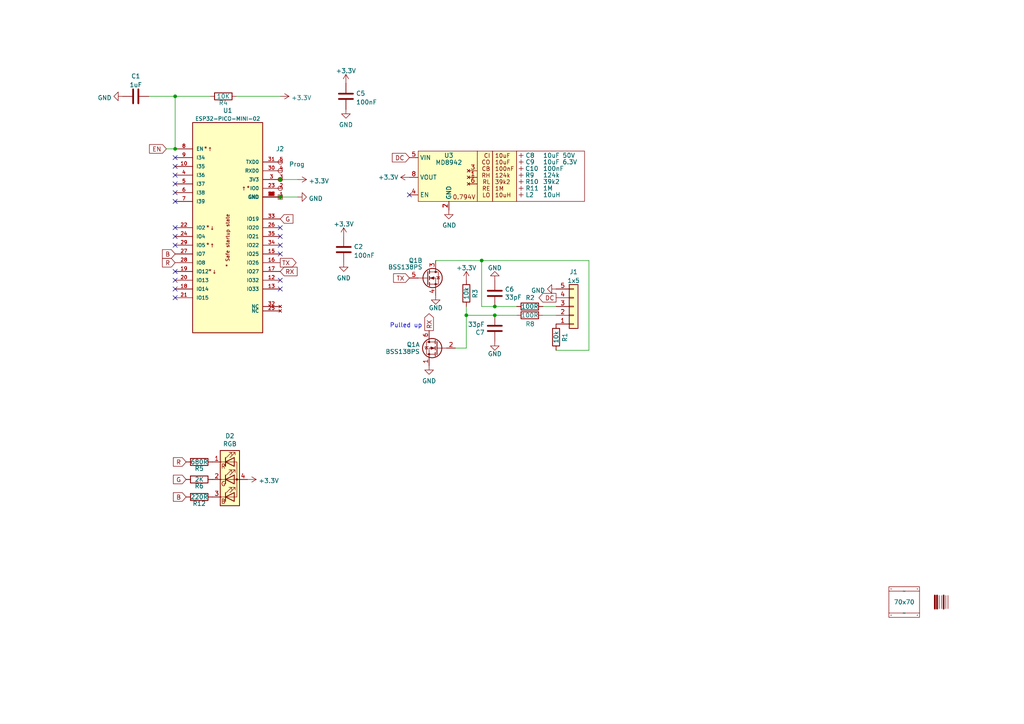
<source format=kicad_sch>
(kicad_sch (version 20230121) (generator eeschema)
  (paper "A4")
  (title_block (title "Daikin ESP32-PICO-MINI module") (rev "1") (comment 1 "@TheRealRevK") (comment 2 "www.me.uk"))
  (lib_symbols
    (symbol "BSS138PS_1" (pin_names hide)
      (property "Reference" "Q" (at 5.08 2.54 0))
      (property "Value" "BSS138PS" (at 5.08 0 0))
      (property "JLCPCB Rotation Offset" "90" (at 0 0 0))
      (symbol "BSS138PS_1_1_1"
        (polyline (pts (xy 0.254 -1.905) (xy 0.254 1.905)) (stroke (width 0.254)))
        (polyline (pts (xy 0.254 0) (xy -2.54 0)))
        (polyline (pts (xy 0.762 -2.286) (xy 0.762 -1.27)) (stroke (width 0.254)))
        (polyline (pts (xy 0.762 -0.508) (xy 0.762 0.508)) (stroke (width 0.254)))
        (polyline (pts (xy 0.762 1.27) (xy 0.762 2.286)) (stroke (width 0.254)))
        (polyline (pts (xy 2.54 1.905) (xy 2.54 2.54)))
        (polyline (pts (xy 2.54 -2.54) (xy 2.54 0) (xy 0.762 0)))
        (polyline (pts (xy 0.762 1.778) (xy 3.302 1.778) (xy 3.302 -1.778) (xy 0.762 -1.778)))
        (polyline (pts (xy 1.016 0) (xy 2.032 -0.381) (xy 2.032 0.381) (xy 1.016 0)) (fill (type outline)))
        (polyline (pts (xy 2.794 0.508) (xy 2.921 0.381) (xy 3.683 0.381) (xy 3.81 0.254)))
        (polyline (pts (xy 3.302 0.381) (xy 2.921 -0.254) (xy 3.683 -0.254) (xy 3.302 0.381)))
        (circle (center 1.651 0) (radius 2.794) (stroke (width 0.254)))
        (circle (center 2.54 -1.778) (radius 0.254) (fill (type outline)))
        (circle (center 2.54 1.778) (radius 0.254) (fill (type outline)))
        (pin passive line (at 2.54 -5.08 90) (length 2.54) (name "SN") (number "1"))
        (pin input line (at -5.08 0 0) (length 2.54) (name "GN") (number "2"))
        (pin passive line (at 2.54 5.08 270) (length 2.54) (name "DN") (number "6"))
      )
      (symbol "BSS138PS_1_2_1"
        (polyline (pts (xy 0.254 -1.905) (xy 0.254 1.905)) (stroke (width 0.254)))
        (polyline (pts (xy 0.254 0) (xy -2.54 0)))
        (polyline (pts (xy 0.762 -2.286) (xy 0.762 -1.27)) (stroke (width 0.254)))
        (polyline (pts (xy 0.762 -0.508) (xy 0.762 0.508)) (stroke (width 0.254)))
        (polyline (pts (xy 0.762 1.27) (xy 0.762 2.286)) (stroke (width 0.254)))
        (polyline (pts (xy 2.54 1.905) (xy 2.54 2.54)))
        (polyline (pts (xy 2.54 -2.54) (xy 2.54 0) (xy 0.762 0)))
        (polyline (pts (xy 0.762 1.778) (xy 3.302 1.778) (xy 3.302 -1.778) (xy 0.762 -1.778)))
        (polyline (pts (xy 1.016 0) (xy 2.032 -0.381) (xy 2.032 0.381) (xy 1.016 0)) (fill (type outline)))
        (polyline (pts (xy 2.794 0.508) (xy 2.921 0.381) (xy 3.683 0.381) (xy 3.81 0.254)))
        (polyline (pts (xy 3.302 0.381) (xy 2.921 -0.254) (xy 3.683 -0.254) (xy 3.302 0.381)))
        (circle (center 1.651 0) (radius 2.794) (stroke (width 0.254)))
        (circle (center 2.54 -1.778) (radius 0.254) (fill (type outline)))
        (circle (center 2.54 1.778) (radius 0.254) (fill (type outline)))
        (pin passive line (at 2.54 5.08 270) (length 2.54) (name "SP") (number "3"))
        (pin passive line (at 2.54 -5.08 90) (length 2.54) (name "DP") (number "4"))
        (pin input line (at -5.08 0 0) (length 2.54) (name "GP") (number "5"))
      )
    )
    (symbol "Connector_Generic:Conn_01x05" (pin_names (offset 1.016) hide)
      (property "Reference" "J" (at 0 7.62 0))
      (property "Value" "Conn_01x05" (at 0 -7.62 0))
      (symbol "Conn_01x05_1_1"
        (rectangle (start -1.27 -4.953) (end 0 -5.207) (stroke (width 0.1524)))
        (rectangle (start -1.27 -2.413) (end 0 -2.667) (stroke (width 0.1524)))
        (rectangle (start -1.27 0.127) (end 0 -0.127) (stroke (width 0.1524)))
        (rectangle (start -1.27 2.667) (end 0 2.413) (stroke (width 0.1524)))
        (rectangle (start -1.27 5.207) (end 0 4.953) (stroke (width 0.1524)))
        (rectangle (start -1.27 6.35) (end 1.27 -6.35) (stroke (width 0.254)) (fill (type background)))
        (pin passive line (at -5.08 5.08 0) (length 3.81) (name "Pin_1") (number "1"))
        (pin passive line (at -5.08 2.54 0) (length 3.81) (name "Pin_2") (number "2"))
        (pin passive line (at -5.08 0 0) (length 3.81) (name "Pin_3") (number "3"))
        (pin passive line (at -5.08 -2.54 0) (length 3.81) (name "Pin_4") (number "4"))
        (pin passive line (at -5.08 -5.08 0) (length 3.81) (name "Pin_5") (number "5"))
      )
    )
    (symbol "Device:C" (pin_numbers hide) (pin_names (offset 0.254))
      (property "Reference" "C" (at 0.635 2.54 0))
      (property "Value" "C" (at 0.635 -2.54 0))
      (symbol "C_0_1"
        (polyline (pts (xy -2.032 -0.762) (xy 2.032 -0.762)) (stroke (width 0.508)))
        (polyline (pts (xy -2.032 0.762) (xy 2.032 0.762)) (stroke (width 0.508)))
      )
      (symbol "C_1_1"
        (pin passive line (at 0 3.81 270) (length 2.794) (name "~") (number "1"))
        (pin passive line (at 0 -3.81 90) (length 2.794) (name "~") (number "2"))
      )
    )
    (symbol "Device:LED_RGBA" (pin_names (offset 0) hide)
      (property "Reference" "D" (at 0 9.398 0))
      (property "Value" "LED_RGBA" (at 0 -8.89 0))
      (symbol "LED_RGBA_0_0"
        (text "B" (at -1.905 -6.35 0) (effects (font (size 1.27 1.27))))
        (text "G" (at -1.905 -1.27 0) (effects (font (size 1.27 1.27))))
        (text "R" (at -1.905 3.81 0) (effects (font (size 1.27 1.27))))
      )
      (symbol "LED_RGBA_0_1"
        (polyline (pts (xy -1.27 -5.08) (xy -2.54 -5.08)))
        (polyline (pts (xy -1.27 -5.08) (xy 1.27 -5.08)))
        (polyline (pts (xy -1.27 -3.81) (xy -1.27 -6.35)) (stroke (width 0.254)))
        (polyline (pts (xy -1.27 0) (xy -2.54 0)))
        (polyline (pts (xy -1.27 1.27) (xy -1.27 -1.27)) (stroke (width 0.254)))
        (polyline (pts (xy -1.27 5.08) (xy -2.54 5.08)))
        (polyline (pts (xy -1.27 5.08) (xy 1.27 5.08)))
        (polyline (pts (xy -1.27 6.35) (xy -1.27 3.81)) (stroke (width 0.254)))
        (polyline (pts (xy 1.27 0) (xy -1.27 0)))
        (polyline (pts (xy 1.27 0) (xy 2.54 0)))
        (polyline (pts (xy -1.27 1.27) (xy -1.27 -1.27) (xy -1.27 -1.27)))
        (polyline (pts (xy -1.27 6.35) (xy -1.27 3.81) (xy -1.27 3.81)))
        (polyline (pts (xy 1.27 -5.08) (xy 2.032 -5.08) (xy 2.032 5.08) (xy 1.27 5.08)))
        (polyline (pts (xy 1.27 -3.81) (xy 1.27 -6.35) (xy -1.27 -5.08) (xy 1.27 -3.81)) (stroke (width 0.254)))
        (polyline (pts (xy 1.27 1.27) (xy 1.27 -1.27) (xy -1.27 0) (xy 1.27 1.27)) (stroke (width 0.254)))
        (polyline (pts (xy 1.27 6.35) (xy 1.27 3.81) (xy -1.27 5.08) (xy 1.27 6.35)) (stroke (width 0.254)))
        (polyline (pts (xy -1.016 -3.81) (xy 0.508 -2.286) (xy -0.254 -2.286) (xy 0.508 -2.286) (xy 0.508 -3.048)))
        (polyline (pts (xy -1.016 1.27) (xy 0.508 2.794) (xy -0.254 2.794) (xy 0.508 2.794) (xy 0.508 2.032)))
        (polyline (pts (xy -1.016 6.35) (xy 0.508 7.874) (xy -0.254 7.874) (xy 0.508 7.874) (xy 0.508 7.112)))
        (polyline (pts (xy 0 -3.81) (xy 1.524 -2.286) (xy 0.762 -2.286) (xy 1.524 -2.286) (xy 1.524 -3.048)))
        (polyline (pts (xy 0 1.27) (xy 1.524 2.794) (xy 0.762 2.794) (xy 1.524 2.794) (xy 1.524 2.032)))
        (polyline (pts (xy 0 6.35) (xy 1.524 7.874) (xy 0.762 7.874) (xy 1.524 7.874) (xy 1.524 7.112)))
        (rectangle (start 1.27 -1.27) (end 1.27 1.27))
        (rectangle (start 1.27 1.27) (end 1.27 1.27))
        (rectangle (start 1.27 3.81) (end 1.27 6.35))
        (rectangle (start 1.27 6.35) (end 1.27 6.35))
        (circle (center 2.032 0) (radius 0.254) (fill (type outline)))
        (rectangle (start 2.794 8.382) (end -2.794 -7.62) (stroke (width 0.254)) (fill (type background)))
      )
      (symbol "LED_RGBA_1_1"
        (pin passive line (at -5.08 5.08 0) (length 2.54) (name "RK") (number "1"))
        (pin passive line (at -5.08 0 0) (length 2.54) (name "GK") (number "2"))
        (pin passive line (at -5.08 -5.08 0) (length 2.54) (name "BK") (number "3"))
        (pin passive line (at 5.08 0 180) (length 2.54) (name "A") (number "4"))
      )
    )
    (symbol "Device:R" (pin_numbers hide) (pin_names (offset 0))
      (property "Reference" "R" (at 2.032 0 90))
      (property "Value" "R" (at 0 0 90))
      (symbol "R_0_1"
        (rectangle (start -1.016 -2.54) (end 1.016 2.54) (stroke (width 0.254)))
      )
      (symbol "R_1_1"
        (pin passive line (at 0 3.81 270) (length 1.27) (name "~") (number "1"))
        (pin passive line (at 0 -3.81 90) (length 1.27) (name "~") (number "2"))
      )
    )
    (symbol "GND_1" (power) (pin_names (offset 0))
      (property "Value" "GND_1" (at 0 -3.81 0))
      (symbol "GND_1_0_1"
        (polyline (pts (xy 0 0) (xy 0 -1.27) (xy 1.27 -1.27) (xy 0 -2.54) (xy -1.27 -1.27) (xy 0 -1.27)))
      )
      (symbol "GND_1_1_1"
        (pin power_in line (at 0 0 270) (length 0) hide (name "GND") (number "1"))
      )
    )
    (symbol "RevK:BSS138PS" (pin_names hide)
      (property "Reference" "Q" (at 5.08 2.54 0))
      (property "Value" "BSD235C" (at 5.08 0 0))
      (symbol "BSS138PS_1_1"
        (polyline (pts (xy 0.254 -1.905) (xy 0.254 1.905)) (stroke (width 0.254)))
        (polyline (pts (xy 0.254 0) (xy -2.54 0)))
        (polyline (pts (xy 0.762 -2.286) (xy 0.762 -1.27)) (stroke (width 0.254)))
        (polyline (pts (xy 0.762 -0.508) (xy 0.762 0.508)) (stroke (width 0.254)))
        (polyline (pts (xy 0.762 1.27) (xy 0.762 2.286)) (stroke (width 0.254)))
        (polyline (pts (xy 2.54 1.905) (xy 2.54 2.54)))
        (polyline (pts (xy 2.54 -2.54) (xy 2.54 0) (xy 0.762 0)))
        (polyline (pts (xy 0.762 1.778) (xy 3.302 1.778) (xy 3.302 -1.778) (xy 0.762 -1.778)))
        (polyline (pts (xy 1.016 0) (xy 2.032 -0.381) (xy 2.032 0.381) (xy 1.016 0)) (fill (type outline)))
        (polyline (pts (xy 2.794 0.508) (xy 2.921 0.381) (xy 3.683 0.381) (xy 3.81 0.254)))
        (polyline (pts (xy 3.302 0.381) (xy 2.921 -0.254) (xy 3.683 -0.254) (xy 3.302 0.381)))
        (circle (center 1.651 0) (radius 2.794) (stroke (width 0.254)))
        (circle (center 2.54 -1.778) (radius 0.254) (fill (type outline)))
        (circle (center 2.54 1.778) (radius 0.254) (fill (type outline)))
        (pin passive line (at 2.54 -5.08 90) (length 2.54) (name "SN") (number "1"))
        (pin input line (at -5.08 0 0) (length 2.54) (name "GN") (number "2"))
        (pin passive line (at 2.54 5.08 270) (length 2.54) (name "DN") (number "6"))
      )
      (symbol "BSS138PS_2_1"
        (polyline (pts (xy 0.254 0) (xy -2.54 0)))
        (polyline (pts (xy 0.254 1.905) (xy 0.254 -1.905)) (stroke (width 0.254)))
        (polyline (pts (xy 0.762 -1.27) (xy 0.762 -2.286)) (stroke (width 0.254)))
        (polyline (pts (xy 0.762 0.508) (xy 0.762 -0.508)) (stroke (width 0.254)))
        (polyline (pts (xy 0.762 2.286) (xy 0.762 1.27)) (stroke (width 0.254)))
        (polyline (pts (xy 2.54 -1.905) (xy 2.54 -2.54)))
        (polyline (pts (xy 2.54 2.54) (xy 2.54 0) (xy 0.762 0)))
        (polyline (pts (xy 0.762 -1.778) (xy 3.302 -1.778) (xy 3.302 1.778) (xy 0.762 1.778)))
        (polyline (pts (xy 2.286 0) (xy 1.27 -0.381) (xy 1.27 0.381) (xy 2.286 0)) (fill (type outline)))
        (polyline (pts (xy 2.794 0.508) (xy 2.921 0.381) (xy 3.683 0.381) (xy 3.81 0.254)))
        (polyline (pts (xy 3.302 0.381) (xy 2.921 -0.254) (xy 3.683 -0.254) (xy 3.302 0.381)))
        (circle (center 1.651 0) (radius 2.794) (stroke (width 0.254)))
        (circle (center 2.54 -1.778) (radius 0.254) (fill (type outline)))
        (circle (center 2.54 1.778) (radius 0.254) (fill (type outline)))
        (pin passive line (at 2.54 -5.08 90) (length 2.54) (name "DP") (number "3"))
        (pin passive line (at 2.54 5.08 270) (length 2.54) (name "SP") (number "4"))
        (pin input line (at -5.08 0 0) (length 2.54) (name "GP") (number "5"))
      )
    )
    (symbol "RevK:Barcode" (pin_names (offset 1.016)) (in_bom no)
      (symbol "Barcode_0_1"
        (polyline (pts (xy -0.635 1.905) (xy -0.635 -1.905)))
        (polyline (pts (xy 0 1.905) (xy 0 -1.905)))
        (polyline (pts (xy 1.27 1.905) (xy 1.27 -1.905)))
        (polyline (pts (xy 1.905 1.905) (xy 1.905 -1.905)))
      )
      (symbol "Barcode_1_1"
        (polyline (pts (xy -1.905 1.905) (xy -1.905 -1.905)) (stroke (width 0.5)))
        (polyline (pts (xy -1.27 1.905) (xy -1.27 -1.905)) (stroke (width 0.5)))
        (polyline (pts (xy 0.635 1.905) (xy 0.635 -1.905)) (stroke (width 0.5)))
      )
    )
    (symbol "RevK:ESP32-PICO-MINI-02" (pin_names (offset 1.016))
      (property "Reference" "U" (at -10.16 -33.02 0))
      (property "Value" "ESP32-PICO-MINI-02" (at 0 27.94 0))
      (property "LCSC Part #" "C2980306" (at 0 0 0))
      (symbol "ESP32-PICO-MINI-02_0_0"
        (rectangle (start -10.16 -30.48) (end 10.16 30.48) (stroke (width 0.254)) (fill (type background)))
        (text "* Safe startup state" (at 0 -11.43 900) (effects (font (size 1 1)) (justify left)))
        (text "*↑" (at -6.985 22.86 0) (effects (font (size 1.27 1.27)) (justify left)))
        (text "*↑" (at -6.35 -5.08 0) (effects (font (size 1.27 1.27)) (justify left)))
        (text "*↓" (at -6.35 0 0) (effects (font (size 1.27 1.27)) (justify left)))
        (text "*↓" (at -5.715 -12.7 0) (effects (font (size 1.27 1.27)) (justify left)))
        (text "↑*" (at 3.81 11.43 0) (effects (font (size 1.27 1.27)) (justify left)))
        (pin power_in line (at 15.24 8.89 180) (length 5.08) (name "GND") (number "1"))
        (pin input line (at -15.24 17.78 0) (length 5.08) (name "I35") (number "10"))
        (pin power_in line (at 15.24 8.89 180) (length 5.08) (name "GND") (number "11"))
        (pin bidirectional line (at 15.24 -15.24 180) (length 5.08) (name "IO32") (number "12"))
        (pin bidirectional line (at 15.24 -17.78 180) (length 5.08) (name "IO33") (number "13"))
        (pin power_in line (at 15.24 8.89 180) (length 5.08) (name "GND") (number "14"))
        (pin bidirectional line (at 15.24 -7.62 180) (length 5.08) (name "IO25") (number "15"))
        (pin bidirectional line (at 15.24 -10.16 180) (length 5.08) (name "IO26") (number "16"))
        (pin bidirectional line (at 15.24 -12.7 180) (length 5.08) (name "IO27") (number "17"))
        (pin bidirectional line (at -15.24 -17.78 0) (length 5.08) (name "IO14") (number "18"))
        (pin bidirectional line (at -15.24 -12.7 0) (length 5.08) (name "IO12") (number "19"))
        (pin power_in line (at 15.24 8.89 180) (length 5.08) (name "GND") (number "2"))
        (pin bidirectional line (at -15.24 -15.24 0) (length 5.08) (name "IO13") (number "20"))
        (pin bidirectional line (at -15.24 -20.32 0) (length 5.08) (name "IO15") (number "21"))
        (pin bidirectional line (at -15.24 0 0) (length 5.08) (name "IO2") (number "22"))
        (pin bidirectional line (at 15.24 11.43 180) (length 5.08) (name "IO0") (number "23"))
        (pin bidirectional line (at -15.24 -2.54 0) (length 5.08) (name "IO4") (number "24"))
        (pin no_connect line (at 15.24 -24.13 180) (length 5.08) (name "NC") (number "25"))
        (pin bidirectional line (at 15.24 0 180) (length 5.08) (name "IO20") (number "26"))
        (pin bidirectional line (at -15.24 -7.62 0) (length 5.08) (name "IO7") (number "27"))
        (pin bidirectional line (at -15.24 -10.16 0) (length 5.08) (name "IO8") (number "28"))
        (pin bidirectional line (at -15.24 -5.08 0) (length 5.08) (name "IO5") (number "29"))
        (pin power_in line (at 15.24 13.97 180) (length 5.08) (name "3V3") (number "3"))
        (pin bidirectional line (at 15.24 16.51 180) (length 5.08) (name "RXD0") (number "30"))
        (pin bidirectional line (at 15.24 19.05 180) (length 5.08) (name "TXD0") (number "31"))
        (pin no_connect line (at 15.24 -22.86 180) (length 5.08) (name "NC") (number "32"))
        (pin bidirectional line (at 15.24 2.54 180) (length 5.08) (name "IO19") (number "33"))
        (pin bidirectional line (at 15.24 -5.08 180) (length 5.08) (name "IO22") (number "34"))
        (pin bidirectional line (at 15.24 -2.54 180) (length 5.08) (name "IO21") (number "35"))
        (pin power_in line (at 15.24 8.89 180) (length 5.08) (name "GND") (number "36"))
        (pin power_in line (at 15.24 8.89 180) (length 5.08) (name "GND") (number "37"))
        (pin power_in line (at 15.24 8.89 180) (length 5.08) (name "GND") (number "38"))
        (pin power_in line (at 15.24 8.89 180) (length 5.08) (name "GND") (number "39"))
        (pin input line (at -15.24 15.24 0) (length 5.08) (name "I36") (number "4"))
        (pin power_in line (at 15.24 8.89 180) (length 5.08) (name "GND") (number "40"))
        (pin power_in line (at 15.24 8.89 180) (length 5.08) (name "GND") (number "41"))
        (pin power_in line (at 15.24 8.89 180) (length 5.08) (name "GND") (number "42"))
        (pin power_in line (at 15.24 8.89 180) (length 5.08) (name "GND") (number "43"))
        (pin power_in line (at 15.24 8.89 180) (length 5.08) (name "GND") (number "44"))
        (pin power_in line (at 15.24 8.89 180) (length 5.08) (name "GND") (number "45"))
        (pin power_in line (at 15.24 8.89 180) (length 5.08) (name "GND") (number "46"))
        (pin power_in line (at 15.24 8.89 180) (length 5.08) (name "GND") (number "47"))
        (pin power_in line (at 15.24 8.89 180) (length 5.08) (name "GND") (number "48"))
        (pin power_in line (at 15.24 8.89 180) (length 5.08) (name "GND") (number "49"))
        (pin input line (at -15.24 12.7 0) (length 5.08) (name "I37") (number "5"))
        (pin power_in line (at 15.24 8.89 180) (length 5.08) (name "GND") (number "50"))
        (pin power_in line (at 15.24 8.89 180) (length 5.08) (name "GND") (number "51"))
        (pin power_in line (at 15.24 8.89 180) (length 5.08) (name "GND") (number "52"))
        (pin power_in line (at 15.24 8.89 180) (length 5.08) (name "GND") (number "53"))
        (pin input line (at -15.24 10.16 0) (length 5.08) (name "I38") (number "6"))
        (pin input line (at -15.24 7.62 0) (length 5.08) (name "I39") (number "7"))
        (pin input line (at -15.24 22.86 0) (length 5.08) (name "EN") (number "8"))
        (pin input line (at -15.24 20.32 0) (length 5.08) (name "I34") (number "9"))
      )
    )
    (symbol "RevK:Hidden" (pin_names (offset 1.016))
      (property "Reference" "Z" (at 0.635 0 0))
      (property "Value" "Hidden" (at 4.445 0 0))
      (symbol "Hidden_0_1"
        (polyline (pts (xy -0.635 0) (xy 0.635 0)) (stroke (width 0.1524)))
        (polyline (pts (xy 0 0.635) (xy 0 -0.635)) (stroke (width 0.1524)))
      )
      (symbol "Hidden_1_1"
        (pin no_connect non_logic (at 0 -2.54 90) (length 2.54) hide (name "~") (number "~"))
      )
    )
    (symbol "RevK:MD89420-RegBlock"
      (property "Reference" "U" (at -0.635 4.445 0))
      (property "Value" "MD8942" (at 0 6.35 0))
      (symbol "MD89420-RegBlock_1_1"
        (rectangle (start -8.89 7.62) (end 8.255 -6.985) (fill (type background)))
        (rectangle (start 8.255 7.62) (end 12.7 -6.985) (fill (type background)))
        (rectangle (start 12.7 7.62) (end 19.685 -6.985) (fill (type background)))
        (rectangle (start 19.685 7.62) (end 39.37 -6.985))
        (text "0.794V" (at 4.445 -5.715 0) (effects (font (size 1.27 1.27))))
        (text "10uF\n10uF\n100nF\n124k\n39k2\n1M\n10uH" (at 13.335 6.985 0) (effects (font (size 1.185 1.185)) (justify left top)))
        (text "CI\nCO\nCB\nRH\nRL\nRE\nLO" (at 12.065 6.985 0) (effects (font (size 1.185 1.185)) (justify right top)))
        (pin no_connect line (at 5.715 0 0) (length 2.54) (name "") (number "1"))
        (pin power_in line (at 0 -9.525 90) (length 2.54) (name "GND") (number "2"))
        (pin no_connect line (at 5.715 1.905 0) (length 2.54) (name "") (number "3"))
        (pin input line (at -11.43 -5.08 0) (length 2.54) (name "EN") (number "4"))
        (pin power_in line (at -11.43 5.715 0) (length 2.54) (name "VIN") (number "5"))
        (pin no_connect line (at 5.715 -1.905 0) (length 2.54) (name "") (number "6"))
        (pin power_in line (at 0 -9.525 90) (length 2.54) (name "GND") (number "7"))
        (pin power_out line (at -11.43 0 0) (length 2.54) (name "VOUT") (number "8"))
      )
    )
    (symbol "RevK:PCB" (in_bom no)
      (property "Value" "70x70" (at 0 0 0))
      (symbol "PCB_0_1"
        (rectangle (start -4.445 4.445) (end 4.445 -4.445))
        (circle (center -3.81 -3.81) (radius 0.0001))
        (circle (center -3.81 3.81) (radius 0.0001))
        (circle (center 3.81 -3.81) (radius 0.0001))
        (circle (center 3.81 3.81) (radius 0.0001))
      )
    )
    (symbol "RevK:Shelly" (in_bom no)
      (property "Reference" "J" (at 2.54 -8.255 0))
      (property "Value" "Shelly" (at 2.54 9.525 0))
      (symbol "Shelly_0_1"
        (circle (center 0 -2.54) (radius 0.635) (stroke (width 0.1524)))
        (circle (center 0 0) (radius 0.635) (stroke (width 0.1524)))
        (circle (center 0 2.54) (radius 0.635) (stroke (width 0.1524)))
        (circle (center 0 5.08) (radius 0.635) (stroke (width 0.1524)))
        (rectangle (start 0.635 -5.715) (end -0.635 -4.445) (stroke (width 0.1524)))
      )
      (symbol "Shelly_1_1"
        (pin passive line (at 0 -5.08 0) (length 0.64) (name "GND") (number "1"))
        (pin passive line (at 0 -2.54 0) (length 0.64) (name "0") (number "2"))
        (pin passive line (at 0 0 0) (length 0.64) (name "3V3") (number "3"))
        (pin passive line (at 0 2.54 0) (length 0.64) (name "Rx") (number "4"))
        (pin passive line (at 0 5.08 0) (length 0.64) (name "Tx") (number "5"))
      )
    )
    (symbol "RevK:VCUT"
      (symbol "VCUT_0_1"
        (polyline (pts (xy -4.445 0) (xy 4.445 0)))
      )
    )
    (symbol "power:+3.3V" (power) (pin_names (offset 0))
      (property "Value" "+3.3V" (at 0 3.556 0))
      (symbol "+3.3V_0_1"
        (polyline (pts (xy -0.762 1.27) (xy 0 2.54)))
        (polyline (pts (xy 0 0) (xy 0 2.54)))
        (polyline (pts (xy 0 2.54) (xy 0.762 1.27)))
      )
      (symbol "+3.3V_1_1"
        (pin power_in line (at 0 0 90) (length 0) hide (name "+3.3V") (number "1"))
      )
    )
    (symbol "power:GND" (power) (pin_names (offset 0))
      (property "Value" "GND" (at 0 -3.81 0))
      (symbol "GND_0_1"
        (polyline (pts (xy 0 0) (xy 0 -1.27) (xy 1.27 -1.27) (xy 0 -2.54) (xy -1.27 -1.27) (xy 0 -1.27)))
      )
      (symbol "GND_1_1"
        (pin power_in line (at 0 0 270) (length 0) hide (name "GND") (number "1"))
      )
    )
  )
  (junction (at 143.51 88.9))
  (junction (at 50.8 43.18))
  (junction (at 50.8 27.94))
  (junction (at 143.51 91.44))
  (junction (at 81.28 52.07))
  (junction (at 135.255 91.44))
  (junction (at 139.7 75.565))
  (junction (at 81.28 57.15))
  (no_connect (at 81.28 71.12))
  (no_connect (at 50.8 45.72))
  (no_connect (at 50.8 48.26))
  (no_connect (at 50.8 50.8))
  (no_connect (at 50.8 53.34))
  (no_connect (at 50.8 55.88))
  (no_connect (at 50.8 58.42))
  (no_connect (at 50.8 66.04))
  (no_connect (at 50.8 71.12))
  (no_connect (at 50.8 78.74))
  (no_connect (at 81.28 68.58))
  (no_connect (at 81.28 81.28))
  (no_connect (at 81.28 83.82))
  (no_connect (at 118.745 56.515))
  (no_connect (at 81.28 73.66))
  (no_connect (at 50.8 83.82))
  (no_connect (at 50.8 81.28))
  (no_connect (at 50.8 86.36))
  (no_connect (at 81.28 66.04))
  (no_connect (at 50.8 68.58))
  (wire (pts (xy 81.28 57.15) (xy 86.36 57.15)))
  (wire (pts (xy 143.51 91.44) (xy 149.86 91.44)))
  (wire (pts (xy 161.29 91.44) (xy 157.48 91.44)))
  (wire (pts (xy 126.365 75.565) (xy 139.7 75.565)))
  (wire (pts (xy 43.18 27.94) (xy 50.8 27.94)))
  (wire (pts (xy 135.255 91.44) (xy 135.255 100.965)))
  (wire (pts (xy 161.29 101.6) (xy 170.815 101.6)))
  (wire (pts (xy 48.26 43.18) (xy 50.8 43.18)))
  (wire (pts (xy 139.7 75.565) (xy 170.815 75.565)))
  (wire (pts (xy 139.7 88.9) (xy 143.51 88.9)))
  (wire (pts (xy 170.815 75.565) (xy 170.815 101.6)))
  (wire (pts (xy 135.255 100.965) (xy 132.08 100.965)))
  (wire (pts (xy 50.8 43.18) (xy 50.8 27.94)))
  (wire (pts (xy 157.48 88.9) (xy 161.29 88.9)))
  (wire (pts (xy 135.255 88.9) (xy 135.255 91.44)))
  (wire (pts (xy 135.255 91.44) (xy 143.51 91.44)))
  (wire (pts (xy 81.28 52.07) (xy 86.36 52.07)))
  (wire (pts (xy 50.8 27.94) (xy 60.96 27.94)))
  (wire (pts (xy 143.51 88.9) (xy 149.86 88.9)))
  (wire (pts (xy 139.7 75.565) (xy 139.7 88.9)))
  (wire (pts (xy 68.58 27.94) (xy 81.28 27.94)))
  (text "Pulled up" (at 113.03 95.25 0) (effects (font (size 1.27 1.27)) (justify left bottom)))
  (global_label "G" (shape input) (at 81.28 63.5 0) (property "Intersheetrefs" "${INTERSHEET_REFS}" (effects hide)))
  (global_label "R" (shape input) (at 50.8 76.2 180) (property "Intersheetrefs" "${INTERSHEET_REFS}" (effects hide)))
  (global_label "DC" (shape input) (at 118.745 45.72 180) (property "Intersheetrefs" "${INTERSHEET_REFS}" (effects hide)))
  (global_label "EN" (shape input) (at 48.26 43.18 180) (property "Intersheetrefs" "${INTERSHEET_REFS}" (effects hide)))
  (global_label "TX" (shape input) (at 118.745 80.645 180) (property "Intersheetrefs" "${INTERSHEET_REFS}" (effects hide)))
  (global_label "R" (shape input) (at 53.975 133.985 180) (property "Intersheetrefs" "${INTERSHEET_REFS}" (effects hide)))
  (global_label "B" (shape input) (at 53.975 144.145 180) (property "Intersheetrefs" "${INTERSHEET_REFS}" (effects hide)))
  (global_label "TX" (shape output) (at 81.28 76.2 0) (property "Intersheetrefs" "${INTERSHEET_REFS}" (effects hide)))
  (global_label "DC" (shape output) (at 161.29 86.36 180) (property "Intersheetrefs" "${INTERSHEET_REFS}" (effects hide)))
  (global_label "RX" (shape input) (at 81.28 78.74 0) (property "Intersheetrefs" "${INTERSHEET_REFS}" (effects hide)))
  (global_label "G" (shape input) (at 53.975 139.065 180) (property "Intersheetrefs" "${INTERSHEET_REFS}" (effects hide)))
  (global_label "RX" (shape output) (at 124.46 95.885 90) (property "Intersheetrefs" "${INTERSHEET_REFS}" (effects hide)))
  (global_label "B" (shape input) (at 50.8 73.66 180) (property "Intersheetrefs" "${INTERSHEET_REFS}" (effects hide)))
  (symbol (lib_id "RevK:Hidden") (at 151.13 48.895 90) (unit 1)
    (property "Reference" "C10" (at 156.21 48.895 90) (effects (justify left)))
    (property "Value" "100nF" (at 157.48 48.895 90) (effects (justify right)))
    (property "Footprint" "RevK:C_0603_" (effects hide))
  )
  (symbol (lib_id "Device:C") (at 143.51 95.25 180) (unit 1)
    (property "Reference" "C7" (at 140.589 96.4184 0) (effects (justify left)))
    (property "Value" "33pF" (at 140.589 94.107 0) (effects (justify left)))
    (property "Footprint" "RevK:C_0402" (effects hide))
  )
  (symbol (lib_id "Device:C") (at 99.695 72.39 0) (unit 1)
    (property "Reference" "C2" (at 102.616 71.5553 0) (effects (justify left)))
    (property "Value" "100nF" (at 102.616 74.0922 0) (effects (justify left)))
    (property "Footprint" "RevK:C_0402" (effects hide))
  )
  (symbol (lib_id "power:GND") (at 161.29 83.82 270) (unit 1)
    (property "Reference" "#PWR09" (effects hide))
    (property "Value" "GND" (at 158.1151 84.2538 90) (effects (justify right)))
  )
  (symbol (lib_id "Device:R") (at 64.77 27.94 270) (unit 1)
    (property "Reference" "R4" (at 64.77 29.845 90))
    (property "Value" "10K" (at 64.77 27.94 90))
    (property "Footprint" "RevK:R_0402" (effects hide))
  )
  (symbol (lib_id "Device:R") (at 153.67 91.44 90) (unit 1)
    (property "Reference" "R8" (at 152.4 93.98 90) (effects (justify right)))
    (property "Value" "100R" (at 156.21 91.44 90) (effects (justify left)))
    (property "Footprint" "RevK:R_0402" (effects hide))
  )
  (symbol (lib_id "Device:C") (at 100.33 27.94 0) (unit 1)
    (property "Reference" "C5" (at 103.251 27.1053 0) (effects (justify left)))
    (property "Value" "100nF" (at 103.251 29.6422 0) (effects (justify left)))
    (property "Footprint" "RevK:C_0402" (effects hide))
  )
  (symbol (lib_id "Device:R") (at 57.785 144.145 270) (unit 1)
    (property "Reference" "R12" (at 57.785 146.05 90))
    (property "Value" "220R" (at 57.785 144.145 90))
    (property "Footprint" "RevK:R_0402" (effects hide))
  )
  (symbol (lib_name "BSS138PS_1") (lib_id "RevK:BSS138PS") (at 123.825 80.645 0) (unit 2)
    (property "Reference" "Q1" (at 122.555 75.565 0) (effects (justify right)))
    (property "Value" "BSS138PS" (at 122.555 77.47 0) (effects (justify right)))
    (property "Footprint" "RevK:SOT-363_SC-70-6" (effects hide))
    (property "Datasheet" "https://datasheet.lcsc.com/lcsc/1810011113_Nexperia-BSS138PS-115_C193381.pdf" (effects hide))
    (property "LCSC Part #" "C193381" (effects hide))
    (property "JLCPCB Rotation Offset" "-90" (effects hide))
  )
  (symbol (lib_id "power:GND") (at 99.695 76.2 0) (unit 1)
    (property "Reference" "#PWR05" (effects hide))
    (property "Value" "GND" (at 99.695 80.6434 0))
  )
  (symbol (lib_id "Device:C") (at 143.51 85.09 0) (unit 1)
    (property "Reference" "C6" (at 146.431 83.9216 0) (effects (justify left)))
    (property "Value" "33pF" (at 146.431 86.233 0) (effects (justify left)))
    (property "Footprint" "RevK:C_0402" (effects hide))
  )
  (symbol (lib_id "Device:R") (at 153.67 88.9 90) (unit 1)
    (property "Reference" "R2" (at 152.4 86.36 90) (effects (justify right)))
    (property "Value" "100R" (at 156.21 88.9 90) (effects (justify left)))
    (property "Footprint" "RevK:R_0402" (effects hide))
  )
  (symbol (lib_id "Device:R") (at 135.255 85.09 0) (unit 1)
    (property "Reference" "R3" (at 137.795 83.82 90) (effects (justify right)))
    (property "Value" "10k" (at 135.255 85.09 90))
    (property "Footprint" "RevK:R_0402" (effects hide))
  )
  (symbol (lib_id "power:+3.3V") (at 135.255 81.28 0) (unit 1)
    (property "Reference" "#PWR06" (effects hide))
    (property "Value" "+3.3V" (at 135.255 77.7042 0))
  )
  (symbol (lib_name "GND_1") (lib_id "power:GND") (at 86.36 57.15 90) (unit 1)
    (property "Reference" "#PWR0104" (effects hide))
    (property "Value" "GND" (at 89.535 57.5838 90) (effects (justify right)))
  )
  (symbol (lib_id "RevK:Hidden") (at 151.13 50.8 0) (unit 1)
    (property "Reference" "R9" (at 153.67 50.8 0))
    (property "Value" "124k" (at 157.48 50.8 0) (effects (justify left)))
    (property "Footprint" "RevK:R_0402_" (effects hide))
  )
  (symbol (lib_id "power:GND") (at 143.51 99.06 0) (unit 1)
    (property "Reference" "#PWR0112" (effects hide))
    (property "Value" "GND" (at 143.51 102.6358 0))
  )
  (symbol (lib_id "power:GND") (at 100.33 31.75 0) (unit 1)
    (property "Reference" "#PWR0110" (effects hide))
    (property "Value" "GND" (at 100.33 36.1934 0))
  )
  (symbol (lib_id "RevK:PCB") (at 262.255 174.625 0) (unit 1) (in_bom no)
    (property "Reference" "PCB1" (effects hide))
    (property "Value" "70x70" (at 262.255 174.625 0))
    (property "Footprint" "RevK:PCB7070" (effects hide))
  )
  (symbol (lib_id "RevK:VCUT") (at 262.255 177.8 0) (unit 1) (in_bom no)
    (property "Reference" "V2" (effects hide))
    (property "Value" "~" (at 262.255 177.8 0))
    (property "Footprint" "RevK:VCUT70" (effects hide))
    (property "Sim.Enable" "0" (effects hide))
  )
  (symbol (lib_id "RevK:ESP32-PICO-MINI-02") (at 66.04 66.04 0) (unit 1)
    (property "Reference" "U1" (at 66.04 32.0498 0))
    (property "Value" "ESP32-PICO-MINI-02" (at 66.04 34.4339 0) (effects (font (size 1.1 1.1))))
    (property "Footprint" "RevK:ESP32-PICO-MINI-02" (effects hide))
    (property "MANUFACTURER" "Espressif" (effects hide))
    (property "MAXIMUM_PACKAGE_HEIGHT" "2.55mm" (effects hide))
    (property "PARTREV" "v1.0" (effects hide))
    (property "STANDARD" "Manufacturer Recommendations" (effects hide))
    (property "Part No" "ESP32-PICO-MINI-02-N8R2" (effects hide))
    (property "LCSC Part #" "C2980306" (effects hide))
  )
  (symbol (lib_id "RevK:MD89420-RegBlock") (at 130.175 51.435 0) (unit 1)
    (property "Reference" "U3" (at 130.175 45.085 0))
    (property "Value" "MD8942" (at 130.175 47.133 0))
    (property "Footprint" "RevK:SOT-23-6-MD8942" (effects hide))
    (property "Datasheet" "https://datasheet.lcsc.com/lcsc/2101111937_Shanghai-Mingda-Microelectronics-MD8942_C2684786.pdf" (effects hide))
    (property "LCSC Part #" "C2684786" (effects hide))
  )
  (symbol (lib_id "RevK:BSS138PS") (at 127 100.965 0) (mirror y) (unit 1)
    (property "Reference" "Q1" (at 121.793 99.941 0) (effects (justify left)))
    (property "Value" "BSS138PS" (at 121.793 101.989 0) (effects (justify left)))
    (property "Footprint" "RevK:SOT-363_SC-70-6" (effects hide))
    (property "Datasheet" "https://datasheet.lcsc.com/lcsc/1810011113_Nexperia-BSS138PS-115_C193381.pdf" (effects hide))
    (property "LCSC Part #" "C193381" (effects hide))
    (property "JLCPCB Rotation Offset" "-90" (effects hide))
  )
  (symbol (lib_id "RevK:Hidden") (at 151.13 52.705 270) (unit 1)
    (property "Reference" "R10" (at 154.305 52.705 90))
    (property "Value" "39k2" (at 157.48 52.705 90) (effects (justify left)))
    (property "Footprint" "RevK:R_0402_" (effects hide))
  )
  (symbol (lib_id "RevK:Hidden") (at 151.13 56.515 90) (unit 1)
    (property "Reference" "L2" (at 152.4 56.515 90) (effects (justify right)))
    (property "Value" "10uH" (at 157.48 56.515 90) (effects (justify right)))
    (property "Footprint" "RevK:L_4x4_" (effects hide))
  )
  (symbol (lib_id "power:GND") (at 143.51 81.28 180) (unit 1)
    (property "Reference" "#PWR0111" (effects hide))
    (property "Value" "GND" (at 143.51 77.7042 0))
  )
  (symbol (lib_id "power:GND") (at 130.175 60.96 0) (unit 1)
    (property "Reference" "#PWR02" (effects hide))
    (property "Value" "GND" (at 130.302 65.3542 0))
  )
  (symbol (lib_id "RevK:VCUT") (at 262.255 171.45 0) (unit 1) (in_bom no)
    (property "Reference" "V1" (effects hide))
    (property "Value" "~" (at 262.255 171.45 0))
    (property "Footprint" "RevK:VCUT70" (effects hide))
    (property "Sim.Enable" "0" (effects hide))
  )
  (symbol (lib_id "RevK:Hidden") (at 151.13 46.99 0) (unit 1)
    (property "Reference" "C9" (at 152.4 46.99 0) (effects (justify left)))
    (property "Value" "10uF 6.3V" (at 157.48 46.99 0) (effects (justify left)))
    (property "Footprint" "RevK:C_0603_" (effects hide))
    (property "LCSC Part #" "C1691" (effects hide))
  )
  (symbol (lib_id "Device:R") (at 161.29 97.79 0) (unit 1)
    (property "Reference" "R1" (at 163.83 96.52 90) (effects (justify right)))
    (property "Value" "10k" (at 161.29 97.79 90))
    (property "Footprint" "RevK:R_0402" (effects hide))
  )
  (symbol (lib_id "power:GND") (at 124.46 106.045 0) (unit 1)
    (property "Reference" "#PWR0102" (effects hide))
    (property "Value" "GND" (at 124.46 110.4884 0))
  )
  (symbol (lib_id "Device:R") (at 57.785 133.985 270) (unit 1)
    (property "Reference" "R5" (at 57.785 135.89 90))
    (property "Value" "680R" (at 57.785 133.985 90))
    (property "Footprint" "RevK:R_0402" (effects hide))
  )
  (symbol (lib_id "Device:C") (at 39.37 27.94 90) (unit 1)
    (property "Reference" "C1" (at 39.37 22.0812 90))
    (property "Value" "1uF" (at 39.37 24.6181 90))
    (property "Footprint" "RevK:C_0402" (effects hide))
  )
  (symbol (lib_id "Connector_Generic:Conn_01x05") (at 166.37 88.9 0) (mirror x) (unit 1)
    (property "Reference" "J1" (at 166.37 78.8502 0))
    (property "Value" "1x5" (at 166.37 81.3871 0))
    (property "Footprint" "RevK:JST_EH_S5B-EH_1x05_P2.50mm_Horizontal" (effects hide))
    (property "LCSC Part #" "C225427" (effects hide))
    (property "JLCPCB Position Offset" "5,0" (effects hide))
  )
  (symbol (lib_id "power:+3.3V") (at 118.745 51.435 90) (unit 1)
    (property "Reference" "#PWR01" (effects hide))
    (property "Value" "+3.3V" (at 115.57 51.435 90) (effects (justify left)))
  )
  (symbol (lib_id "RevK:Hidden") (at 151.13 45.085 0) (unit 1)
    (property "Reference" "C8" (at 152.4 45.085 0) (effects (justify left)))
    (property "Value" "10uF 50V" (at 157.48 45.085 0) (effects (justify left)))
    (property "Footprint" "RevK:C_0603_" (effects hide))
    (property "LCSC Part #" "C1591" (effects hide))
  )
  (symbol (lib_id "power:+3.3V") (at 100.33 24.13 0) (unit 1)
    (property "Reference" "#PWR0109" (effects hide))
    (property "Value" "+3.3V" (at 100.33 20.5542 0))
  )
  (symbol (lib_id "Device:LED_RGBA") (at 66.675 139.065 0) (unit 1)
    (property "Reference" "D2" (at 66.675 126.4412 0))
    (property "Value" "RGB" (at 66.675 128.7526 0))
    (property "Footprint" "RevK:LED-RGB-1.6x1.6" (effects hide))
    (property "Manufacturer" "Kingbright" (effects hide))
    (property "Part No" "APTF1616LSEEZGKQBKC" (effects hide))
    (property "LCSC Part #" "C264508" (effects hide))
  )
  (symbol (lib_id "power:+3.3V") (at 81.28 27.94 270) (unit 1)
    (property "Reference" "#PWR0106" (effects hide))
    (property "Value" "+3.3V" (at 84.455 28.3738 90) (effects (justify left)))
  )
  (symbol (lib_id "power:+3.3V") (at 71.755 139.065 270) (unit 1)
    (property "Reference" "#PWR03" (effects hide))
    (property "Value" "+3.3V" (at 75.0062 139.446 90) (effects (justify left)))
  )
  (symbol (lib_id "Device:R") (at 57.785 139.065 270) (unit 1)
    (property "Reference" "R6" (at 57.785 140.97 90))
    (property "Value" "2K" (at 57.785 139.065 90))
    (property "Footprint" "RevK:R_0402" (effects hide))
  )
  (symbol (lib_id "power:GND") (at 126.365 85.725 0) (unit 1)
    (property "Reference" "#PWR08" (effects hide))
    (property "Value" "GND" (at 126.365 89.3008 0))
  )
  (symbol (lib_id "RevK:Hidden") (at 151.13 54.61 0) (unit 1)
    (property "Reference" "R11" (at 152.4 54.61 0) (effects (justify left)))
    (property "Value" "1M" (at 157.48 54.61 0) (effects (justify left)))
    (property "Footprint" "RevK:R_0402_" (effects hide))
  )
  (symbol (lib_id "power:+3.3V") (at 86.36 52.07 270) (unit 1)
    (property "Reference" "#PWR0103" (effects hide))
    (property "Value" "+3.3V" (at 89.535 52.5038 90) (effects (justify left)))
  )
  (symbol (lib_id "power:GND") (at 35.56 27.94 270) (unit 1)
    (property "Reference" "#PWR0108" (effects hide))
    (property "Value" "GND" (at 32.3851 28.3738 90) (effects (justify right)))
  )
  (symbol (lib_id "RevK:Shelly") (at 81.28 52.07 0) (unit 1) (in_bom no)
    (property "Reference" "J2" (at 80.01 43.18 0) (effects (justify left)))
    (property "Value" "Prog" (at 83.82 47.625 0) (effects (justify left)))
    (property "Footprint" "RevK:Shelly" (effects hide))
  )
  (symbol (lib_id "RevK:Barcode") (at 273.05 174.625 0) (unit 1) (in_bom no)
    (property "Reference" "U2" (effects hide))
    (property "Value" "Barcode" (effects hide))
    (property "Footprint" "RevK:EAN-5060634238151" (effects hide))
    (property "Note" "Non part, PCB printed" (effects hide))
  )
  (symbol (lib_id "power:+3.3V") (at 99.695 68.58 0) (unit 1)
    (property "Reference" "#PWR04" (effects hide))
    (property "Value" "+3.3V" (at 99.695 65.0042 0))
  )
)
</source>
